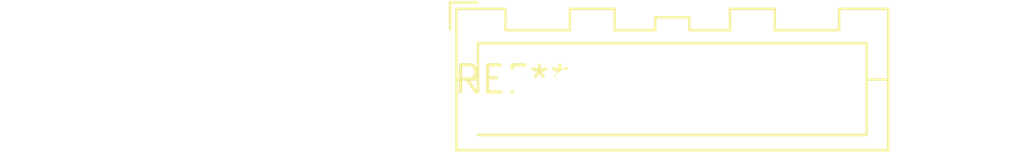
<source format=kicad_pcb>
(kicad_pcb (version 20240108) (generator pcbnew)
  (layers (0 "F.Cu" signal) (31 "B.Cu" signal) (34 "B.Paste" user) (35 "F.Paste" user) (36 "B.SilkS" user "B.Silkscreen") (37 "F.SilkS" user "F.Silkscreen") (38 "B.Mask" user) (39 "F.Mask" user) (44 "Edge.Cuts" user))
  (net 0 "")
  (footprint "JST_XA_B07B-XASK-1-A_1x07_P2.50mm_Vertical" (layer "F.Cu") (at 0 0)
    (property "Reference" "REF**")
    (property "Value" "JST_XA_B07B-XASK-1-A_1x07_P2.50mm_Vertical")
    (fp_line (start -2.91 -3.61) (end -2.91 -2.36) (layer "F.SilkS") (stroke (width 0.12)))
    (fp_line (start -2.61 -3.31) (end -2.61 3.31) (layer "F.SilkS") (stroke (width 0.12)))
    (fp_line (start -2.61 0) (end -1.6 0) (layer "F.SilkS") (stroke (width 0.12)))
    (fp_line (start -2.61 3.31) (end 17.61 3.31) (layer "F.SilkS") (stroke (width 0.12)))
    (fp_line (start -1.66 -3.61) (end -2.91 -3.61) (layer "F.SilkS") (stroke (width 0.12)))
    (fp_line (start -1.6 -1.7) (end 16.6 -1.7) (layer "F.SilkS") (stroke (width 0.12)))
    (fp_line (start -1.6 0.6) (end -1.6 -1.7) (layer "F.SilkS") (stroke (width 0.12)))
    (fp_line (start -0.31 -3.31) (end -2.61 -3.31) (layer "F.SilkS") (stroke (width 0.12)))
    (fp_line (start -0.31 -2.31) (end -0.31 -3.31) (layer "F.SilkS") (stroke (width 0.12)))
    (fp_line (start 2.7 -3.31) (end 2.7 -2.31) (layer "F.SilkS") (stroke (width 0.12)))
    (fp_line (start 2.7 -2.31) (end -0.31 -2.31) (layer "F.SilkS") (stroke (width 0.12)))
    (fp_line (start 4.8 -3.31) (end 2.7 -3.31) (layer "F.SilkS") (stroke (width 0.12)))
    (fp_line (start 4.8 -2.31) (end 4.8 -3.31) (layer "F.SilkS") (stroke (width 0.12)))
    (fp_line (start 6.7 -2.91) (end 6.7 -2.31) (layer "F.SilkS") (stroke (width 0.12)))
    (fp_line (start 6.7 -2.31) (end 4.8 -2.31) (layer "F.SilkS") (stroke (width 0.12)))
    (fp_line (start 8.3 -2.91) (end 6.7 -2.91) (layer "F.SilkS") (stroke (width 0.12)))
    (fp_line (start 8.3 -2.31) (end 8.3 -2.91) (layer "F.SilkS") (stroke (width 0.12)))
    (fp_line (start 10.2 -3.31) (end 10.2 -2.31) (layer "F.SilkS") (stroke (width 0.12)))
    (fp_line (start 10.2 -2.31) (end 8.3 -2.31) (layer "F.SilkS") (stroke (width 0.12)))
    (fp_line (start 12.3 -3.31) (end 10.2 -3.31) (layer "F.SilkS") (stroke (width 0.12)))
    (fp_line (start 12.3 -2.31) (end 12.3 -3.31) (layer "F.SilkS") (stroke (width 0.12)))
    (fp_line (start 15.31 -3.31) (end 15.31 -2.31) (layer "F.SilkS") (stroke (width 0.12)))
    (fp_line (start 15.31 -2.31) (end 12.3 -2.31) (layer "F.SilkS") (stroke (width 0.12)))
    (fp_line (start 16.6 -1.7) (end 16.6 2.6) (layer "F.SilkS") (stroke (width 0.12)))
    (fp_line (start 16.6 2.6) (end -1.6 2.6) (layer "F.SilkS") (stroke (width 0.12)))
    (fp_line (start 17.61 -3.31) (end 15.31 -3.31) (layer "F.SilkS") (stroke (width 0.12)))
    (fp_line (start 17.61 0) (end 16.6 0) (layer "F.SilkS") (stroke (width 0.12)))
    (fp_line (start 17.61 3.31) (end 17.61 -3.31) (layer "F.SilkS") (stroke (width 0.12)))
    (pad "" np_thru_hole circle (at -1.6 1.6) (size 1.25 1.25) (drill 1.25) (layers *.Cu *.Mask))
    (pad "1" thru_hole roundrect (at 0 0) (size 1.7 1.95) (drill 0.95) (layers *.Cu *.Mask) (remove_unused_layers) (roundrect_rratio 0.147059))
    (pad "2" thru_hole oval (at 2.5 0) (size 1.7 1.95) (drill 0.95) (layers *.Cu *.Mask) (remove_unused_layers))
    (pad "3" thru_hole oval (at 5 0) (size 1.7 1.95) (drill 0.95) (layers *.Cu *.Mask) (remove_unused_layers))
    (pad "4" thru_hole oval (at 7.5 0) (size 1.7 1.95) (drill 0.95) (layers *.Cu *.Mask) (remove_unused_layers))
    (pad "5" thru_hole oval (at 10 0) (size 1.7 1.95) (drill 0.95) (layers *.Cu *.Mask) (remove_unused_layers))
    (pad "6" thru_hole oval (at 12.5 0) (size 1.7 1.95) (drill 0.95) (layers *.Cu *.Mask) (remove_unused_layers))
    (pad "7" thru_hole oval (at 15 0) (size 1.7 1.95) (drill 0.95) (layers *.Cu *.Mask) (remove_unused_layers))
  )
)
</source>
